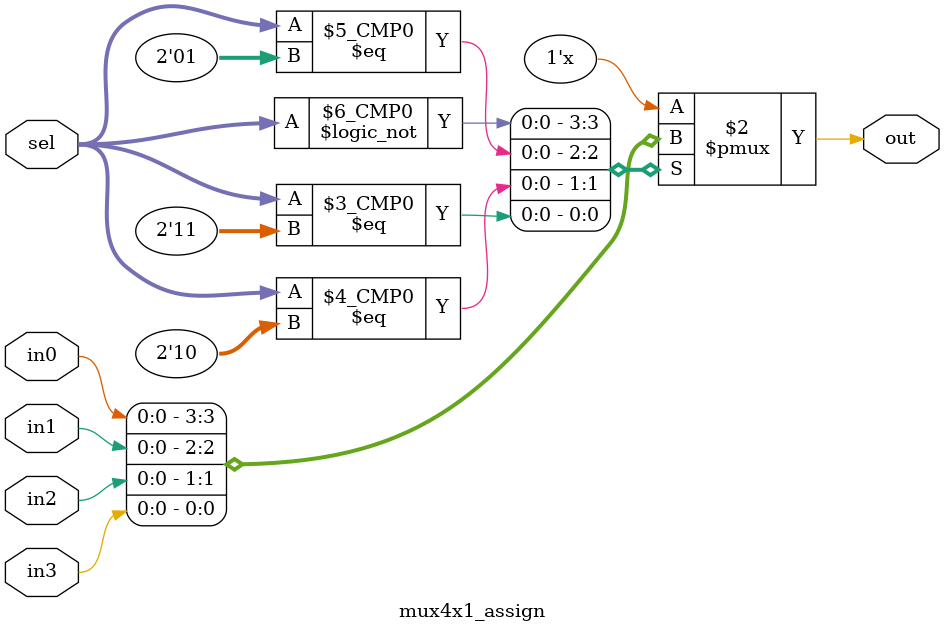
<source format=v>
module mux4x1_assign(input [3:0] in0, in1, in2, in3,
                     input [1:0] sel,
                     output reg out);

    always @* begin
        case(sel)
            2'b00: out = in0;
            2'b01: out = in1;
            2'b10: out = in2;
            2'b11: out = in3;
            default: out = 4'b0000; // Handle undefined case
        endcase
    end

endmodule

</source>
